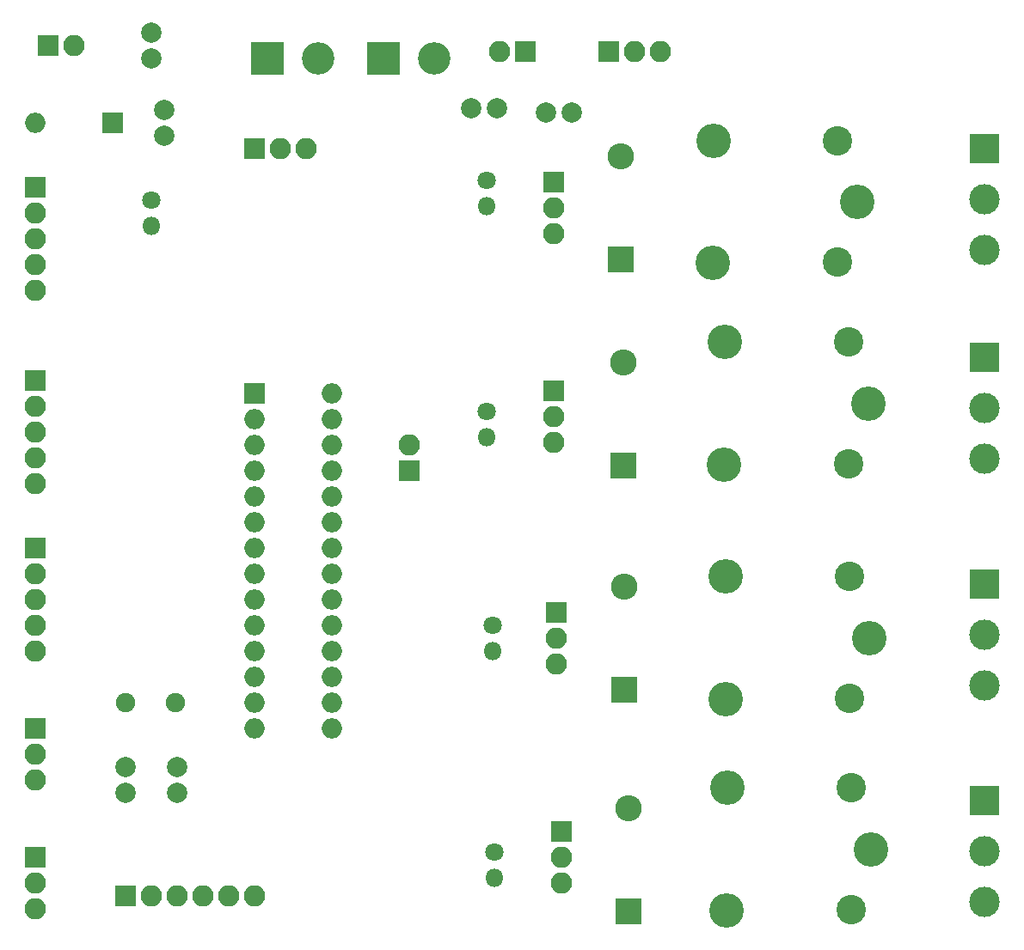
<source format=gbr>
G04 #@! TF.GenerationSoftware,KiCad,Pcbnew,(5.0.0)*
G04 #@! TF.CreationDate,2019-01-04T13:23:02+05:30*
G04 #@! TF.ProjectId,new,6E65772E6B696361645F706362000000,rev?*
G04 #@! TF.SameCoordinates,Original*
G04 #@! TF.FileFunction,Soldermask,Top*
G04 #@! TF.FilePolarity,Negative*
%FSLAX46Y46*%
G04 Gerber Fmt 4.6, Leading zero omitted, Abs format (unit mm)*
G04 Created by KiCad (PCBNEW (5.0.0)) date 01/04/19 13:23:02*
%MOMM*%
%LPD*%
G01*
G04 APERTURE LIST*
%ADD10C,3.200000*%
%ADD11R,3.200000X3.200000*%
%ADD12O,2.100000X2.100000*%
%ADD13R,2.100000X2.100000*%
%ADD14C,2.000000*%
%ADD15C,1.800000*%
%ADD16O,1.800000X1.800000*%
%ADD17R,2.000000X2.000000*%
%ADD18O,2.000000X2.000000*%
%ADD19C,1.900000*%
%ADD20O,2.600000X2.600000*%
%ADD21R,2.600000X2.600000*%
%ADD22C,3.000000*%
%ADD23R,3.000000X3.000000*%
%ADD24C,3.400000*%
%ADD25C,2.900000*%
G04 APERTURE END LIST*
D10*
G04 #@! TO.C,ESC1*
X121840000Y-44450000D03*
D11*
X116840000Y-44450000D03*
G04 #@! TD*
D10*
G04 #@! TO.C,ESC2*
X110410000Y-44450000D03*
D11*
X105410000Y-44450000D03*
G04 #@! TD*
D12*
G04 #@! TO.C,Q4*
X134366000Y-125730000D03*
X134366000Y-123190000D03*
D13*
X134366000Y-120650000D03*
G04 #@! TD*
D12*
G04 #@! TO.C,Q3*
X133858000Y-104140000D03*
X133858000Y-101600000D03*
D13*
X133858000Y-99060000D03*
G04 #@! TD*
D12*
G04 #@! TO.C,Q2*
X133604000Y-82296000D03*
X133604000Y-79756000D03*
D13*
X133604000Y-77216000D03*
G04 #@! TD*
D12*
G04 #@! TO.C,Q1*
X133604000Y-61722000D03*
X133604000Y-59182000D03*
D13*
X133604000Y-56642000D03*
G04 #@! TD*
D12*
G04 #@! TO.C,VR2*
X144145000Y-43815000D03*
X141605000Y-43815000D03*
D13*
X139065000Y-43815000D03*
G04 #@! TD*
D12*
G04 #@! TO.C,VR1*
X109220000Y-53340000D03*
X106680000Y-53340000D03*
D13*
X104140000Y-53340000D03*
G04 #@! TD*
D12*
G04 #@! TO.C,RPM1*
X82550000Y-115570000D03*
X82550000Y-113030000D03*
D13*
X82550000Y-110490000D03*
G04 #@! TD*
D12*
G04 #@! TO.C,PortC1*
X119380000Y-82550000D03*
D13*
X119380000Y-85090000D03*
G04 #@! TD*
D12*
G04 #@! TO.C,PortD1*
X82550000Y-102870000D03*
X82550000Y-100330000D03*
X82550000Y-97790000D03*
X82550000Y-95250000D03*
D13*
X82550000Y-92710000D03*
G04 #@! TD*
D12*
G04 #@! TO.C,BLUETOOTH*
X104140000Y-127000000D03*
X101600000Y-127000000D03*
X99060000Y-127000000D03*
X96520000Y-127000000D03*
X93980000Y-127000000D03*
D13*
X91440000Y-127000000D03*
G04 #@! TD*
D12*
G04 #@! TO.C,RPM2*
X82550000Y-128270000D03*
X82550000Y-125730000D03*
D13*
X82550000Y-123190000D03*
G04 #@! TD*
D12*
G04 #@! TO.C,MPU6050*
X82550000Y-86360000D03*
X82550000Y-83820000D03*
X82550000Y-81280000D03*
X82550000Y-78740000D03*
D13*
X82550000Y-76200000D03*
G04 #@! TD*
D12*
G04 #@! TO.C,BATTERY1*
X86360000Y-43180000D03*
D13*
X83820000Y-43180000D03*
G04 #@! TD*
D14*
G04 #@! TO.C,C1.0*
X95250000Y-49570000D03*
X95250000Y-52070000D03*
G04 #@! TD*
G04 #@! TO.C,C1.1*
X93980000Y-44450000D03*
X93980000Y-41950000D03*
G04 #@! TD*
G04 #@! TO.C,C3*
X91440000Y-114340000D03*
X91440000Y-116840000D03*
G04 #@! TD*
G04 #@! TO.C,C4*
X96520000Y-116840000D03*
X96520000Y-114340000D03*
G04 #@! TD*
D15*
G04 #@! TO.C,R1*
X93980000Y-58420000D03*
D16*
X93980000Y-60960000D03*
G04 #@! TD*
D17*
G04 #@! TO.C,RESET*
X90170000Y-50800000D03*
D18*
X82550000Y-50800000D03*
G04 #@! TD*
D17*
G04 #@! TO.C,U2*
X104140000Y-77470000D03*
D18*
X111760000Y-110490000D03*
X104140000Y-80010000D03*
X111760000Y-107950000D03*
X104140000Y-82550000D03*
X111760000Y-105410000D03*
X104140000Y-85090000D03*
X111760000Y-102870000D03*
X104140000Y-87630000D03*
X111760000Y-100330000D03*
X104140000Y-90170000D03*
X111760000Y-97790000D03*
X104140000Y-92710000D03*
X111760000Y-95250000D03*
X104140000Y-95250000D03*
X111760000Y-92710000D03*
X104140000Y-97790000D03*
X111760000Y-90170000D03*
X104140000Y-100330000D03*
X111760000Y-87630000D03*
X104140000Y-102870000D03*
X111760000Y-85090000D03*
X104140000Y-105410000D03*
X111760000Y-82550000D03*
X104140000Y-107950000D03*
X111760000Y-80010000D03*
X104140000Y-110490000D03*
X111760000Y-77470000D03*
G04 #@! TD*
D19*
G04 #@! TO.C,Y1*
X91440000Y-107950000D03*
X96340000Y-107950000D03*
G04 #@! TD*
D13*
G04 #@! TO.C,USB*
X82550000Y-57150000D03*
D12*
X82550000Y-59690000D03*
X82550000Y-62230000D03*
X82550000Y-64770000D03*
X82550000Y-67310000D03*
G04 #@! TD*
D13*
G04 #@! TO.C,BATTERY2*
X130810000Y-43815000D03*
D12*
X128270000Y-43815000D03*
G04 #@! TD*
D14*
G04 #@! TO.C,C2.1*
X125494897Y-49354250D03*
X127994897Y-49354250D03*
G04 #@! TD*
G04 #@! TO.C,C2.0*
X135382000Y-49784000D03*
X132882000Y-49784000D03*
G04 #@! TD*
D20*
G04 #@! TO.C,D1*
X140208000Y-54102000D03*
D21*
X140208000Y-64262000D03*
G04 #@! TD*
G04 #@! TO.C,D2*
X140462000Y-84582000D03*
D20*
X140462000Y-74422000D03*
G04 #@! TD*
G04 #@! TO.C,D3*
X140589000Y-96520000D03*
D21*
X140589000Y-106680000D03*
G04 #@! TD*
G04 #@! TO.C,D4*
X140970000Y-128524000D03*
D20*
X140970000Y-118364000D03*
G04 #@! TD*
D22*
G04 #@! TO.C,TERMINAL1*
X176022000Y-63340000D03*
X176022000Y-58340000D03*
D23*
X176022000Y-53340000D03*
G04 #@! TD*
G04 #@! TO.C,TERMINAL2*
X176022000Y-73914000D03*
D22*
X176022000Y-78914000D03*
X176022000Y-83914000D03*
G04 #@! TD*
G04 #@! TO.C,TERMINAL3*
X176022000Y-106266000D03*
X176022000Y-101266000D03*
D23*
X176022000Y-96266000D03*
G04 #@! TD*
G04 #@! TO.C,TERMINAL4*
X176022000Y-117602000D03*
D22*
X176022000Y-122602000D03*
X176022000Y-127602000D03*
G04 #@! TD*
D24*
G04 #@! TO.C,RELAY1*
X163502000Y-58628000D03*
D25*
X161552000Y-64578000D03*
D24*
X149302000Y-64628000D03*
X149352000Y-52578000D03*
D25*
X161552000Y-52578000D03*
G04 #@! TD*
D24*
G04 #@! TO.C,RELAY2*
X164592000Y-78486000D03*
D25*
X162642000Y-84436000D03*
D24*
X150392000Y-84486000D03*
X150442000Y-72436000D03*
D25*
X162642000Y-72436000D03*
G04 #@! TD*
G04 #@! TO.C,RELAY3*
X162769000Y-95550000D03*
D24*
X150569000Y-95550000D03*
X150519000Y-107600000D03*
D25*
X162769000Y-107550000D03*
D24*
X164719000Y-101600000D03*
G04 #@! TD*
D25*
G04 #@! TO.C,RELAY4*
X162896000Y-116378000D03*
D24*
X150696000Y-116378000D03*
X150646000Y-128428000D03*
D25*
X162896000Y-128378000D03*
D24*
X164846000Y-122428000D03*
G04 #@! TD*
D15*
G04 #@! TO.C,R11*
X127000000Y-56515000D03*
D16*
X127000000Y-59055000D03*
G04 #@! TD*
D15*
G04 #@! TO.C,R22*
X127000000Y-79248000D03*
D16*
X127000000Y-81788000D03*
G04 #@! TD*
G04 #@! TO.C,R33*
X127635000Y-102870000D03*
D15*
X127635000Y-100330000D03*
G04 #@! TD*
D16*
G04 #@! TO.C,R44*
X127762000Y-125222000D03*
D15*
X127762000Y-122682000D03*
G04 #@! TD*
M02*

</source>
